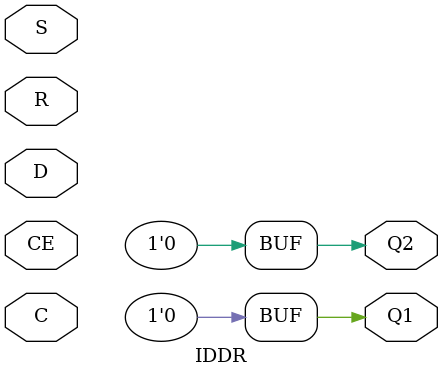
<source format=v>
module IDDR (/*AUTOARG*/
   // Outputs
   Q1, Q2,
   // Inputs
   C, CE, D, R, S
   );

   //Default parameters
    parameter DDR_CLK_EDGE        = "OPPOSITE_EDGE";    
    parameter INIT_Q1             = 1'b0;
    parameter INIT_Q2             = 1'b0;
    parameter [0:0] IS_C_INVERTED = 1'b0;
    parameter [0:0] IS_D_INVERTED = 1'b0;
    parameter SRTYPE              = "SYNC";
   
   output   Q1;   // IDDR registered output (first) 
   output   Q2;   // IDDR registered output (second)    
   input    C;    // clock
   input    CE;   // clock enable, set to high to clock in data
   input    D;    // data input from IOB
   input    R;    // sync or async reset
   input    S;    // syn/async "set to 1"

   //trick for string comparison
   localparam [152:1] DDR_CLK_EDGE_REG = DDR_CLK_EDGE;

   reg 	    Q1_pos;
   reg 	    Q1_reg;

   reg 	    Q2_pos;
   reg 	    Q2_neg;
   
   always @ (posedge C)
     if(CE)
       Q1_pos <= D;

   always @ (posedge C)
     if(CE)
       Q1_reg <= Q1_pos;
         
   always @ (negedge C)
     if(CE)
       Q2_neg <= D;
   
   always @ (posedge C)
     if(CE)
      Q2_pos <= Q2_neg;

   //Select behavior based on parameters
   assign Q1 = (DDR_CLK_EDGE_REG == "SAME_EDGE_PIPELINED") ? Q1_reg :
	       (DDR_CLK_EDGE_REG == "SAME_EDGE")           ? Q1_pos :
	                                                     1'b0;
   
   assign Q2 = (DDR_CLK_EDGE_REG == "SAME_EDGE_PIPELINED") ? Q2_pos :
	       (DDR_CLK_EDGE_REG == "SAME_EDGE")           ? Q2_pos :
	                                                     1'b0;
            
endmodule // IDDR


</source>
